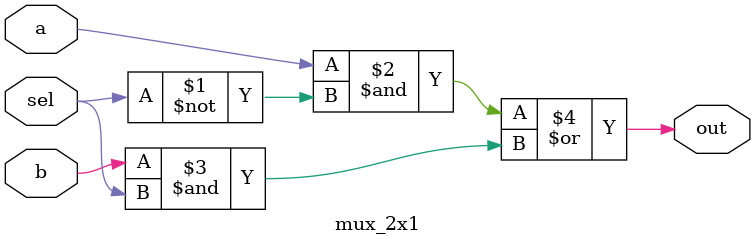
<source format=v>

module mux_2x1(
    input a,
    input b,
    input sel,
    output out
);

assign out = ( a & ~sel ) | ( b & sel );

endmodule
</source>
